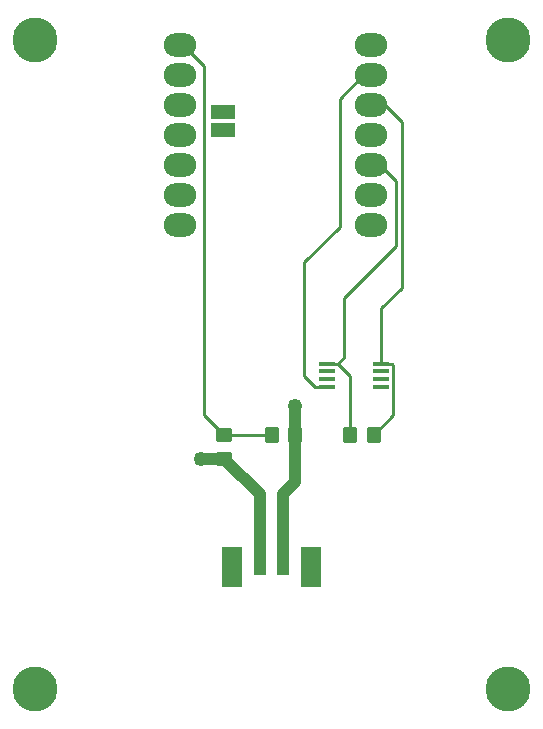
<source format=gbr>
%TF.GenerationSoftware,KiCad,Pcbnew,6.0.2+dfsg-1*%
%TF.CreationDate,2023-09-04T20:06:16+10:00*%
%TF.ProjectId,xiao-esp32c-temperature-sensor,7869616f-2d65-4737-9033-32632d74656d,rev?*%
%TF.SameCoordinates,Original*%
%TF.FileFunction,Copper,L1,Top*%
%TF.FilePolarity,Positive*%
%FSLAX46Y46*%
G04 Gerber Fmt 4.6, Leading zero omitted, Abs format (unit mm)*
G04 Created by KiCad (PCBNEW 6.0.2+dfsg-1) date 2023-09-04 20:06:16*
%MOMM*%
%LPD*%
G01*
G04 APERTURE LIST*
G04 Aperture macros list*
%AMRoundRect*
0 Rectangle with rounded corners*
0 $1 Rounding radius*
0 $2 $3 $4 $5 $6 $7 $8 $9 X,Y pos of 4 corners*
0 Add a 4 corners polygon primitive as box body*
4,1,4,$2,$3,$4,$5,$6,$7,$8,$9,$2,$3,0*
0 Add four circle primitives for the rounded corners*
1,1,$1+$1,$2,$3*
1,1,$1+$1,$4,$5*
1,1,$1+$1,$6,$7*
1,1,$1+$1,$8,$9*
0 Add four rect primitives between the rounded corners*
20,1,$1+$1,$2,$3,$4,$5,0*
20,1,$1+$1,$4,$5,$6,$7,0*
20,1,$1+$1,$6,$7,$8,$9,0*
20,1,$1+$1,$8,$9,$2,$3,0*%
G04 Aperture macros list end*
%TA.AperFunction,ComponentPad*%
%ADD10C,3.800000*%
%TD*%
%TA.AperFunction,SMDPad,CuDef*%
%ADD11R,1.000000X6.000000*%
%TD*%
%TA.AperFunction,SMDPad,CuDef*%
%ADD12R,1.800000X3.400000*%
%TD*%
%TA.AperFunction,SMDPad,CuDef*%
%ADD13RoundRect,0.250000X-0.350000X-0.450000X0.350000X-0.450000X0.350000X0.450000X-0.350000X0.450000X0*%
%TD*%
%TA.AperFunction,SMDPad,CuDef*%
%ADD14R,1.400000X0.410000*%
%TD*%
%TA.AperFunction,SMDPad,CuDef*%
%ADD15RoundRect,1.000000X-0.375000X0.000000X0.375000X0.000000X0.375000X0.000000X-0.375000X0.000000X0*%
%TD*%
%TA.AperFunction,ComponentPad*%
%ADD16R,2.000000X1.250000*%
%TD*%
%TA.AperFunction,SMDPad,CuDef*%
%ADD17RoundRect,0.250000X-0.450000X0.350000X-0.450000X-0.350000X0.450000X-0.350000X0.450000X0.350000X0*%
%TD*%
%TA.AperFunction,SMDPad,CuDef*%
%ADD18RoundRect,0.250000X0.350000X0.450000X-0.350000X0.450000X-0.350000X-0.450000X0.350000X-0.450000X0*%
%TD*%
%TA.AperFunction,ViaPad*%
%ADD19C,1.250000*%
%TD*%
%TA.AperFunction,Conductor*%
%ADD20C,0.250000*%
%TD*%
%TA.AperFunction,Conductor*%
%ADD21C,1.000000*%
%TD*%
G04 APERTURE END LIST*
D10*
%TO.P,H4,1,1*%
%TO.N,unconnected-(H4-Pad1)*%
X150000000Y-92500000D03*
%TD*%
%TO.P,H3,1,1*%
%TO.N,unconnected-(H3-Pad1)*%
X110000000Y-92500000D03*
%TD*%
D11*
%TO.P,CN1,1,1*%
%TO.N,Net-(CN1-Pad1)*%
X131000000Y-134840000D03*
%TO.P,CN1,2,2*%
%TO.N,Net-(CN1-Pad2)*%
X129000000Y-134840000D03*
D12*
%TO.P,CN1,3,3*%
%TO.N,unconnected-(CN1-Pad3)*%
X126650000Y-137160000D03*
%TO.P,CN1,4,4*%
%TO.N,unconnected-(CN1-Pad4)*%
X133350000Y-137160000D03*
%TD*%
D10*
%TO.P,H1,1,1*%
%TO.N,unconnected-(H1-Pad1)*%
X110000000Y-147500000D03*
%TD*%
D13*
%TO.P,R1,1*%
%TO.N,Net-(R1-Pad1)*%
X130000000Y-126000000D03*
%TO.P,R1,2*%
%TO.N,Net-(CN1-Pad1)*%
X132000000Y-126000000D03*
%TD*%
D10*
%TO.P,H2,1,1*%
%TO.N,unconnected-(H2-Pad1)*%
X150000000Y-147500000D03*
%TD*%
D14*
%TO.P,U2,1,DQ*%
%TO.N,Net-(R3-Pad2)*%
X134650000Y-119940000D03*
%TO.P,U2,2,NC*%
%TO.N,unconnected-(U2-Pad2)*%
X134650000Y-120590000D03*
%TO.P,U2,3,NC*%
%TO.N,unconnected-(U2-Pad3)*%
X134650000Y-121250000D03*
%TO.P,U2,4,GND*%
%TO.N,GND*%
X134650000Y-121900000D03*
%TO.P,U2,5,NC*%
%TO.N,unconnected-(U2-Pad5)*%
X139250000Y-121900000D03*
%TO.P,U2,6,NC*%
%TO.N,unconnected-(U2-Pad6)*%
X139250000Y-121250000D03*
%TO.P,U2,7,NC*%
%TO.N,unconnected-(U2-Pad7)*%
X139250000Y-120590000D03*
%TO.P,U2,8,VDD*%
%TO.N,+3V3*%
X139250000Y-119940000D03*
%TD*%
D15*
%TO.P,U1,1,PA02_A0_D0*%
%TO.N,Net-(R1-Pad1)*%
X122219000Y-92999250D03*
%TO.P,U1,2,PA4_A1_D1*%
%TO.N,unconnected-(U1-Pad2)*%
X122219000Y-95539250D03*
%TO.P,U1,3,PA10_A2_D2*%
%TO.N,unconnected-(U1-Pad3)*%
X122219000Y-98079250D03*
%TO.P,U1,4,PA11_A3_D3*%
%TO.N,unconnected-(U1-Pad4)*%
X122219000Y-100619250D03*
%TO.P,U1,5,PA8_A4_D4_SDA*%
%TO.N,unconnected-(U1-Pad5)*%
X122219000Y-103159250D03*
%TO.P,U1,6,PA9_A5_D5_SCL*%
%TO.N,unconnected-(U1-Pad6)*%
X122219000Y-105699250D03*
%TO.P,U1,7,PB08_A6_D6_TX*%
%TO.N,unconnected-(U1-Pad7)*%
X122219000Y-108239250D03*
%TO.P,U1,8,PB09_A7_D7_RX*%
%TO.N,unconnected-(U1-Pad8)*%
X138384000Y-108239250D03*
%TO.P,U1,9,PA7_A8_D8_SCK*%
%TO.N,unconnected-(U1-Pad9)*%
X138384000Y-105699250D03*
%TO.P,U1,10,PA5_A9_D9_MISO*%
%TO.N,Net-(R3-Pad2)*%
X138384000Y-103159250D03*
%TO.P,U1,11,PA6_A10_D10_MOSI*%
%TO.N,unconnected-(U1-Pad11)*%
X138384000Y-100619250D03*
%TO.P,U1,12,3V3*%
%TO.N,+3V3*%
X138384000Y-98079250D03*
%TO.P,U1,13,GND*%
%TO.N,GND*%
X138384000Y-95539250D03*
%TO.P,U1,14,5V*%
%TO.N,unconnected-(U1-Pad14)*%
X138384000Y-92999250D03*
D16*
%TO.P,U1,15,BAT+*%
%TO.N,Net-(CN1-Pad1)*%
X125884000Y-98619250D03*
%TO.P,U1,16,BAT-*%
%TO.N,Net-(CN1-Pad2)*%
X125884000Y-100119250D03*
%TD*%
D17*
%TO.P,R2,1*%
%TO.N,Net-(R1-Pad1)*%
X126000000Y-126000000D03*
%TO.P,R2,2*%
%TO.N,Net-(CN1-Pad2)*%
X126000000Y-128000000D03*
%TD*%
D18*
%TO.P,R3,1*%
%TO.N,+3V3*%
X138650000Y-125940000D03*
%TO.P,R3,2*%
%TO.N,Net-(R3-Pad2)*%
X136650000Y-125940000D03*
%TD*%
D19*
%TO.N,Net-(CN1-Pad2)*%
X124000000Y-128000000D03*
%TO.N,Net-(CN1-Pad1)*%
X132000000Y-123500000D03*
%TD*%
D20*
%TO.N,GND*%
X132750000Y-116660000D02*
X132750000Y-116500000D01*
X132750000Y-120950000D02*
X133700000Y-121900000D01*
X132750000Y-111360054D02*
X135750000Y-108360054D01*
X132750000Y-116500000D02*
X132750000Y-111360054D01*
X132750000Y-116500000D02*
X132750000Y-120950000D01*
X135750000Y-97500000D02*
X137710750Y-95539250D01*
X134650000Y-121900000D02*
X133700000Y-121900000D01*
X137710750Y-95539250D02*
X138384000Y-95539250D01*
X135750000Y-108360054D02*
X135750000Y-97500000D01*
%TO.N,+3V3*%
X140274511Y-120060489D02*
X140154022Y-119940000D01*
X141000000Y-113500000D02*
X139250000Y-115250000D01*
X138650000Y-125940000D02*
X140274511Y-124315489D01*
X139250000Y-115250000D02*
X139250000Y-119940000D01*
X140274511Y-124315489D02*
X140274511Y-120060489D01*
X139250000Y-119940000D02*
X140150000Y-119940000D01*
X139579250Y-98079250D02*
X141000000Y-99500000D01*
X141000000Y-99500000D02*
X141000000Y-113500000D01*
X138384000Y-98079250D02*
X139579250Y-98079250D01*
X140154022Y-119940000D02*
X139250000Y-119940000D01*
D21*
%TO.N,Net-(CN1-Pad2)*%
X126000000Y-128000000D02*
X124000000Y-128000000D01*
X129000000Y-131000000D02*
X129000000Y-134840000D01*
X126000000Y-128000000D02*
X129000000Y-131000000D01*
%TO.N,Net-(CN1-Pad1)*%
X132000000Y-126000000D02*
X132000000Y-123500000D01*
X131000000Y-131000000D02*
X132000000Y-130000000D01*
X131000000Y-131000000D02*
X131000000Y-134840000D01*
X132000000Y-130000000D02*
X132000000Y-126000000D01*
D20*
%TO.N,Net-(R1-Pad1)*%
X122219000Y-92999250D02*
X122499250Y-92999250D01*
X126000000Y-126000000D02*
X130000000Y-126000000D01*
X124250000Y-94750000D02*
X124250000Y-124250000D01*
X122499250Y-92999250D02*
X124250000Y-94750000D01*
X124250000Y-124250000D02*
X126000000Y-126000000D01*
%TO.N,Net-(R3-Pad2)*%
X139159250Y-103159250D02*
X138384000Y-103159250D01*
X136650000Y-125940000D02*
X136650000Y-120990000D01*
X135600000Y-119940000D02*
X134650000Y-119940000D01*
X140500000Y-104500000D02*
X139159250Y-103159250D01*
X136150000Y-114350000D02*
X136150000Y-119390000D01*
X136650000Y-120990000D02*
X135600000Y-119940000D01*
X136150000Y-119390000D02*
X135600000Y-119940000D01*
X136150000Y-114350000D02*
X140500000Y-110000000D01*
X140500000Y-110000000D02*
X140500000Y-104500000D01*
%TD*%
M02*

</source>
